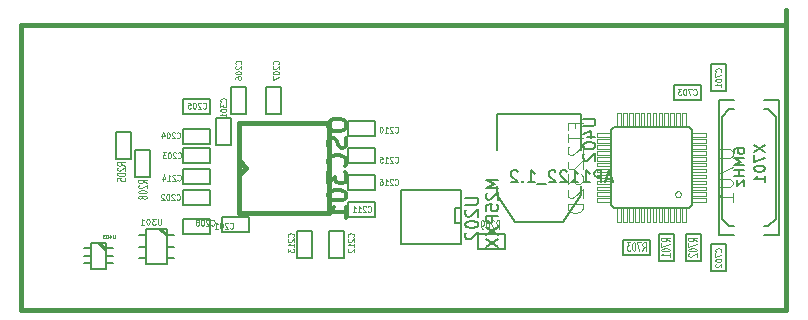
<source format=gbo>
G04 (created by PCBNEW-RS274X (2012-01-19 BZR 3256)-stable) date Thu 07 Mar 2013 02:54:08 AM COT*
G01*
G70*
G90*
%MOIN*%
G04 Gerber Fmt 3.4, Leading zero omitted, Abs format*
%FSLAX34Y34*%
G04 APERTURE LIST*
%ADD10C,0.006000*%
%ADD11C,0.015000*%
%ADD12C,0.005000*%
%ADD13C,0.008000*%
%ADD14C,0.002600*%
%ADD15C,0.004000*%
%ADD16C,0.004500*%
%ADD17C,0.012000*%
%ADD18C,0.002400*%
%ADD19C,0.003900*%
%ADD20C,0.003500*%
G04 APERTURE END LIST*
G54D10*
G54D11*
X44250Y-31250D02*
X44500Y-31250D01*
X44250Y-21750D02*
X44250Y-31250D01*
X69750Y-21750D02*
X69750Y-22000D01*
X44250Y-21750D02*
X69750Y-21750D01*
X69750Y-31250D02*
X44250Y-31250D01*
X69750Y-21250D02*
X69750Y-31250D01*
G54D12*
X47900Y-26200D02*
X47900Y-25300D01*
X47900Y-25300D02*
X47400Y-25300D01*
X47400Y-25300D02*
X47400Y-26200D01*
X47400Y-26200D02*
X47900Y-26200D01*
X48550Y-26800D02*
X48550Y-25900D01*
X48550Y-25900D02*
X48050Y-25900D01*
X48050Y-25900D02*
X48050Y-26800D01*
X48050Y-26800D02*
X48550Y-26800D01*
X60375Y-28725D02*
X59475Y-28725D01*
X59475Y-28725D02*
X59475Y-29225D01*
X59475Y-29225D02*
X60375Y-29225D01*
X60375Y-29225D02*
X60375Y-28725D01*
X50550Y-28200D02*
X49650Y-28200D01*
X49650Y-28200D02*
X49650Y-28700D01*
X49650Y-28700D02*
X50550Y-28700D01*
X50550Y-28700D02*
X50550Y-28200D01*
X50550Y-27250D02*
X49650Y-27250D01*
X49650Y-27250D02*
X49650Y-27750D01*
X49650Y-27750D02*
X50550Y-27750D01*
X50550Y-27750D02*
X50550Y-27250D01*
X50550Y-25850D02*
X49650Y-25850D01*
X49650Y-25850D02*
X49650Y-26350D01*
X49650Y-26350D02*
X50550Y-26350D01*
X50550Y-26350D02*
X50550Y-25850D01*
X50550Y-25200D02*
X49650Y-25200D01*
X49650Y-25200D02*
X49650Y-25700D01*
X49650Y-25700D02*
X50550Y-25700D01*
X50550Y-25700D02*
X50550Y-25200D01*
X50550Y-24200D02*
X49650Y-24200D01*
X49650Y-24200D02*
X49650Y-24700D01*
X49650Y-24700D02*
X50550Y-24700D01*
X50550Y-24700D02*
X50550Y-24200D01*
X51250Y-23800D02*
X51250Y-24700D01*
X51250Y-24700D02*
X51750Y-24700D01*
X51750Y-24700D02*
X51750Y-23800D01*
X51750Y-23800D02*
X51250Y-23800D01*
X52400Y-23800D02*
X52400Y-24700D01*
X52400Y-24700D02*
X52900Y-24700D01*
X52900Y-24700D02*
X52900Y-23800D01*
X52900Y-23800D02*
X52400Y-23800D01*
X50925Y-28650D02*
X51825Y-28650D01*
X51825Y-28650D02*
X51825Y-28150D01*
X51825Y-28150D02*
X50925Y-28150D01*
X50925Y-28150D02*
X50925Y-28650D01*
X56050Y-24950D02*
X55150Y-24950D01*
X55150Y-24950D02*
X55150Y-25450D01*
X55150Y-25450D02*
X56050Y-25450D01*
X56050Y-25450D02*
X56050Y-24950D01*
X56050Y-27650D02*
X55150Y-27650D01*
X55150Y-27650D02*
X55150Y-28150D01*
X55150Y-28150D02*
X56050Y-28150D01*
X56050Y-28150D02*
X56050Y-27650D01*
X55000Y-29500D02*
X55000Y-28600D01*
X55000Y-28600D02*
X54500Y-28600D01*
X54500Y-28600D02*
X54500Y-29500D01*
X54500Y-29500D02*
X55000Y-29500D01*
X53950Y-29500D02*
X53950Y-28600D01*
X53950Y-28600D02*
X53450Y-28600D01*
X53450Y-28600D02*
X53450Y-29500D01*
X53450Y-29500D02*
X53950Y-29500D01*
X50550Y-26550D02*
X49650Y-26550D01*
X49650Y-26550D02*
X49650Y-27050D01*
X49650Y-27050D02*
X50550Y-27050D01*
X50550Y-27050D02*
X50550Y-26550D01*
X56050Y-25850D02*
X55150Y-25850D01*
X55150Y-25850D02*
X55150Y-26350D01*
X55150Y-26350D02*
X56050Y-26350D01*
X56050Y-26350D02*
X56050Y-25850D01*
X56050Y-26750D02*
X55150Y-26750D01*
X55150Y-26750D02*
X55150Y-27250D01*
X55150Y-27250D02*
X56050Y-27250D01*
X56050Y-27250D02*
X56050Y-26750D01*
G54D13*
X60100Y-25900D02*
X60100Y-24700D01*
X60100Y-24700D02*
X62900Y-24700D01*
X62900Y-24700D02*
X62900Y-25900D01*
X60100Y-27100D02*
X60100Y-27400D01*
X60100Y-27400D02*
X60700Y-28300D01*
X60700Y-28300D02*
X62300Y-28300D01*
X62300Y-28300D02*
X62900Y-27400D01*
X62900Y-27400D02*
X62900Y-27100D01*
G54D12*
X58900Y-27250D02*
X56900Y-27250D01*
X56900Y-27250D02*
X56900Y-29050D01*
X56900Y-29050D02*
X58900Y-29050D01*
X58900Y-29050D02*
X58900Y-27250D01*
X58900Y-27850D02*
X58700Y-27850D01*
X58700Y-27850D02*
X58700Y-28350D01*
X58700Y-28350D02*
X58900Y-28350D01*
X51250Y-25750D02*
X51250Y-24850D01*
X51250Y-24850D02*
X50750Y-24850D01*
X50750Y-24850D02*
X50750Y-25750D01*
X50750Y-25750D02*
X51250Y-25750D01*
G54D11*
X51500Y-26250D02*
X51750Y-26500D01*
X51750Y-26500D02*
X51500Y-26750D01*
X51500Y-26250D02*
X51500Y-26750D01*
X51500Y-25000D02*
X51500Y-28000D01*
X51500Y-28000D02*
X54500Y-28000D01*
X54500Y-28000D02*
X54500Y-25000D01*
X54500Y-25000D02*
X51500Y-25000D01*
G54D12*
X46555Y-29440D02*
X46335Y-29440D01*
X47065Y-29265D02*
X46805Y-29005D01*
X47065Y-29205D02*
X46870Y-29005D01*
X46555Y-29695D02*
X46335Y-29695D01*
X46555Y-29185D02*
X46335Y-29185D01*
X47065Y-29440D02*
X47285Y-29440D01*
X47065Y-29695D02*
X47285Y-29695D01*
X47065Y-29185D02*
X47285Y-29185D01*
X46555Y-29005D02*
X46555Y-29875D01*
X46555Y-29875D02*
X47065Y-29875D01*
X47065Y-29875D02*
X47065Y-29005D01*
X47065Y-29005D02*
X46555Y-29005D01*
X49085Y-29721D02*
X49085Y-28539D01*
X49085Y-28539D02*
X48415Y-28539D01*
X48415Y-28539D02*
X48415Y-29721D01*
X48415Y-29721D02*
X49085Y-29721D01*
X49084Y-28795D02*
X48829Y-28540D01*
X49084Y-28735D02*
X48889Y-28540D01*
X48412Y-29130D02*
X48152Y-29130D01*
X48412Y-29505D02*
X48152Y-29505D01*
X48412Y-28755D02*
X48152Y-28755D01*
X49088Y-29130D02*
X49348Y-29130D01*
X49088Y-29505D02*
X49348Y-29505D01*
X49088Y-28755D02*
X49348Y-28755D01*
X66000Y-29600D02*
X66000Y-28700D01*
X66000Y-28700D02*
X65500Y-28700D01*
X65500Y-28700D02*
X65500Y-29600D01*
X65500Y-29600D02*
X66000Y-29600D01*
X66900Y-29600D02*
X66900Y-28700D01*
X66900Y-28700D02*
X66400Y-28700D01*
X66400Y-28700D02*
X66400Y-29600D01*
X66400Y-29600D02*
X66900Y-29600D01*
X64300Y-29400D02*
X65200Y-29400D01*
X65200Y-29400D02*
X65200Y-28900D01*
X65200Y-28900D02*
X64300Y-28900D01*
X64300Y-28900D02*
X64300Y-29400D01*
X67250Y-23050D02*
X67250Y-23950D01*
X67250Y-23950D02*
X67750Y-23950D01*
X67750Y-23950D02*
X67750Y-23050D01*
X67750Y-23050D02*
X67250Y-23050D01*
X67750Y-29950D02*
X67750Y-29050D01*
X67750Y-29050D02*
X67250Y-29050D01*
X67250Y-29050D02*
X67250Y-29950D01*
X67250Y-29950D02*
X67750Y-29950D01*
X66000Y-24250D02*
X66900Y-24250D01*
X66900Y-24250D02*
X66900Y-23750D01*
X66900Y-23750D02*
X66000Y-23750D01*
X66000Y-23750D02*
X66000Y-24250D01*
G54D14*
X66391Y-28310D02*
X66273Y-28310D01*
X66273Y-28310D02*
X66273Y-27858D01*
X66391Y-27858D02*
X66273Y-27858D01*
X66391Y-28310D02*
X66391Y-27858D01*
X66194Y-28310D02*
X66076Y-28310D01*
X66076Y-28310D02*
X66076Y-27858D01*
X66194Y-27858D02*
X66076Y-27858D01*
X66194Y-28310D02*
X66194Y-27858D01*
X65997Y-28310D02*
X65879Y-28310D01*
X65879Y-28310D02*
X65879Y-27858D01*
X65997Y-27858D02*
X65879Y-27858D01*
X65997Y-28310D02*
X65997Y-27858D01*
X65801Y-28310D02*
X65683Y-28310D01*
X65683Y-28310D02*
X65683Y-27858D01*
X65801Y-27858D02*
X65683Y-27858D01*
X65801Y-28310D02*
X65801Y-27858D01*
X65604Y-28310D02*
X65486Y-28310D01*
X65486Y-28310D02*
X65486Y-27858D01*
X65604Y-27858D02*
X65486Y-27858D01*
X65604Y-28310D02*
X65604Y-27858D01*
X65407Y-28310D02*
X65289Y-28310D01*
X65289Y-28310D02*
X65289Y-27858D01*
X65407Y-27858D02*
X65289Y-27858D01*
X65407Y-28310D02*
X65407Y-27858D01*
X65211Y-28310D02*
X65093Y-28310D01*
X65093Y-28310D02*
X65093Y-27858D01*
X65211Y-27858D02*
X65093Y-27858D01*
X65211Y-28310D02*
X65211Y-27858D01*
X65014Y-28310D02*
X64896Y-28310D01*
X64896Y-28310D02*
X64896Y-27858D01*
X65014Y-27858D02*
X64896Y-27858D01*
X65014Y-28310D02*
X65014Y-27858D01*
X64817Y-28310D02*
X64699Y-28310D01*
X64699Y-28310D02*
X64699Y-27858D01*
X64817Y-27858D02*
X64699Y-27858D01*
X64817Y-28310D02*
X64817Y-27858D01*
X64621Y-28310D02*
X64503Y-28310D01*
X64503Y-28310D02*
X64503Y-27858D01*
X64621Y-27858D02*
X64503Y-27858D01*
X64621Y-28310D02*
X64621Y-27858D01*
X64424Y-28310D02*
X64306Y-28310D01*
X64306Y-28310D02*
X64306Y-27858D01*
X64424Y-27858D02*
X64306Y-27858D01*
X64424Y-28310D02*
X64424Y-27858D01*
X64227Y-28310D02*
X64109Y-28310D01*
X64109Y-28310D02*
X64109Y-27858D01*
X64227Y-27858D02*
X64109Y-27858D01*
X64227Y-28310D02*
X64227Y-27858D01*
X63892Y-27641D02*
X63440Y-27641D01*
X63440Y-27641D02*
X63440Y-27523D01*
X63892Y-27523D02*
X63440Y-27523D01*
X63892Y-27641D02*
X63892Y-27523D01*
X63892Y-27444D02*
X63440Y-27444D01*
X63440Y-27444D02*
X63440Y-27326D01*
X63892Y-27326D02*
X63440Y-27326D01*
X63892Y-27444D02*
X63892Y-27326D01*
X63892Y-27247D02*
X63440Y-27247D01*
X63440Y-27247D02*
X63440Y-27129D01*
X63892Y-27129D02*
X63440Y-27129D01*
X63892Y-27247D02*
X63892Y-27129D01*
X63892Y-27051D02*
X63440Y-27051D01*
X63440Y-27051D02*
X63440Y-26933D01*
X63892Y-26933D02*
X63440Y-26933D01*
X63892Y-27051D02*
X63892Y-26933D01*
X63892Y-26854D02*
X63440Y-26854D01*
X63440Y-26854D02*
X63440Y-26736D01*
X63892Y-26736D02*
X63440Y-26736D01*
X63892Y-26854D02*
X63892Y-26736D01*
X63892Y-26657D02*
X63440Y-26657D01*
X63440Y-26657D02*
X63440Y-26539D01*
X63892Y-26539D02*
X63440Y-26539D01*
X63892Y-26657D02*
X63892Y-26539D01*
X63892Y-26461D02*
X63440Y-26461D01*
X63440Y-26461D02*
X63440Y-26343D01*
X63892Y-26343D02*
X63440Y-26343D01*
X63892Y-26461D02*
X63892Y-26343D01*
X63892Y-26264D02*
X63440Y-26264D01*
X63440Y-26264D02*
X63440Y-26146D01*
X63892Y-26146D02*
X63440Y-26146D01*
X63892Y-26264D02*
X63892Y-26146D01*
X63892Y-26067D02*
X63440Y-26067D01*
X63440Y-26067D02*
X63440Y-25949D01*
X63892Y-25949D02*
X63440Y-25949D01*
X63892Y-26067D02*
X63892Y-25949D01*
X63892Y-25871D02*
X63440Y-25871D01*
X63440Y-25871D02*
X63440Y-25753D01*
X63892Y-25753D02*
X63440Y-25753D01*
X63892Y-25871D02*
X63892Y-25753D01*
X63892Y-25674D02*
X63440Y-25674D01*
X63440Y-25674D02*
X63440Y-25556D01*
X63892Y-25556D02*
X63440Y-25556D01*
X63892Y-25674D02*
X63892Y-25556D01*
X63892Y-25477D02*
X63440Y-25477D01*
X63440Y-25477D02*
X63440Y-25359D01*
X63892Y-25359D02*
X63440Y-25359D01*
X63892Y-25477D02*
X63892Y-25359D01*
X64227Y-25142D02*
X64109Y-25142D01*
X64109Y-25142D02*
X64109Y-24690D01*
X64227Y-24690D02*
X64109Y-24690D01*
X64227Y-25142D02*
X64227Y-24690D01*
X64424Y-25142D02*
X64306Y-25142D01*
X64306Y-25142D02*
X64306Y-24690D01*
X64424Y-24690D02*
X64306Y-24690D01*
X64424Y-25142D02*
X64424Y-24690D01*
X64621Y-25142D02*
X64503Y-25142D01*
X64503Y-25142D02*
X64503Y-24690D01*
X64621Y-24690D02*
X64503Y-24690D01*
X64621Y-25142D02*
X64621Y-24690D01*
X64817Y-25142D02*
X64699Y-25142D01*
X64699Y-25142D02*
X64699Y-24690D01*
X64817Y-24690D02*
X64699Y-24690D01*
X64817Y-25142D02*
X64817Y-24690D01*
X65014Y-25142D02*
X64896Y-25142D01*
X64896Y-25142D02*
X64896Y-24690D01*
X65014Y-24690D02*
X64896Y-24690D01*
X65014Y-25142D02*
X65014Y-24690D01*
X65211Y-25142D02*
X65093Y-25142D01*
X65093Y-25142D02*
X65093Y-24690D01*
X65211Y-24690D02*
X65093Y-24690D01*
X65211Y-25142D02*
X65211Y-24690D01*
X65407Y-25142D02*
X65289Y-25142D01*
X65289Y-25142D02*
X65289Y-24690D01*
X65407Y-24690D02*
X65289Y-24690D01*
X65407Y-25142D02*
X65407Y-24690D01*
X65604Y-25142D02*
X65486Y-25142D01*
X65486Y-25142D02*
X65486Y-24690D01*
X65604Y-24690D02*
X65486Y-24690D01*
X65604Y-25142D02*
X65604Y-24690D01*
X65801Y-25142D02*
X65683Y-25142D01*
X65683Y-25142D02*
X65683Y-24690D01*
X65801Y-24690D02*
X65683Y-24690D01*
X65801Y-25142D02*
X65801Y-24690D01*
X65997Y-25142D02*
X65879Y-25142D01*
X65879Y-25142D02*
X65879Y-24690D01*
X65997Y-24690D02*
X65879Y-24690D01*
X65997Y-25142D02*
X65997Y-24690D01*
X66194Y-25142D02*
X66076Y-25142D01*
X66076Y-25142D02*
X66076Y-24690D01*
X66194Y-24690D02*
X66076Y-24690D01*
X66194Y-25142D02*
X66194Y-24690D01*
X66391Y-25142D02*
X66273Y-25142D01*
X66273Y-25142D02*
X66273Y-24690D01*
X66391Y-24690D02*
X66273Y-24690D01*
X66391Y-25142D02*
X66391Y-24690D01*
X67060Y-25477D02*
X66608Y-25477D01*
X66608Y-25477D02*
X66608Y-25359D01*
X67060Y-25359D02*
X66608Y-25359D01*
X67060Y-25477D02*
X67060Y-25359D01*
X67060Y-25674D02*
X66608Y-25674D01*
X66608Y-25674D02*
X66608Y-25556D01*
X67060Y-25556D02*
X66608Y-25556D01*
X67060Y-25674D02*
X67060Y-25556D01*
X67060Y-25871D02*
X66608Y-25871D01*
X66608Y-25871D02*
X66608Y-25753D01*
X67060Y-25753D02*
X66608Y-25753D01*
X67060Y-25871D02*
X67060Y-25753D01*
X67060Y-26067D02*
X66608Y-26067D01*
X66608Y-26067D02*
X66608Y-25949D01*
X67060Y-25949D02*
X66608Y-25949D01*
X67060Y-26067D02*
X67060Y-25949D01*
X67060Y-26264D02*
X66608Y-26264D01*
X66608Y-26264D02*
X66608Y-26146D01*
X67060Y-26146D02*
X66608Y-26146D01*
X67060Y-26264D02*
X67060Y-26146D01*
X67060Y-26461D02*
X66608Y-26461D01*
X66608Y-26461D02*
X66608Y-26343D01*
X67060Y-26343D02*
X66608Y-26343D01*
X67060Y-26461D02*
X67060Y-26343D01*
X67060Y-26657D02*
X66608Y-26657D01*
X66608Y-26657D02*
X66608Y-26539D01*
X67060Y-26539D02*
X66608Y-26539D01*
X67060Y-26657D02*
X67060Y-26539D01*
X67060Y-26854D02*
X66608Y-26854D01*
X66608Y-26854D02*
X66608Y-26736D01*
X67060Y-26736D02*
X66608Y-26736D01*
X67060Y-26854D02*
X67060Y-26736D01*
X67060Y-27051D02*
X66608Y-27051D01*
X66608Y-27051D02*
X66608Y-26933D01*
X67060Y-26933D02*
X66608Y-26933D01*
X67060Y-27051D02*
X67060Y-26933D01*
X67060Y-27247D02*
X66608Y-27247D01*
X66608Y-27247D02*
X66608Y-27129D01*
X67060Y-27129D02*
X66608Y-27129D01*
X67060Y-27247D02*
X67060Y-27129D01*
X67060Y-27444D02*
X66608Y-27444D01*
X66608Y-27444D02*
X66608Y-27326D01*
X67060Y-27326D02*
X66608Y-27326D01*
X67060Y-27444D02*
X67060Y-27326D01*
X67060Y-27641D02*
X66608Y-27641D01*
X66608Y-27641D02*
X66608Y-27523D01*
X67060Y-27523D02*
X66608Y-27523D01*
X67060Y-27641D02*
X67060Y-27523D01*
G54D13*
X63912Y-25241D02*
X63991Y-25162D01*
X63991Y-25162D02*
X66509Y-25162D01*
X66509Y-25162D02*
X66588Y-25241D01*
X66588Y-25241D02*
X66588Y-27759D01*
X66588Y-27759D02*
X66509Y-27838D01*
X66509Y-27838D02*
X63991Y-27838D01*
X63991Y-27838D02*
X63912Y-27759D01*
X63912Y-27759D02*
X63912Y-25241D01*
G54D15*
X66232Y-27385D02*
X66230Y-27403D01*
X66224Y-27421D01*
X66215Y-27438D01*
X66203Y-27453D01*
X66189Y-27465D01*
X66172Y-27474D01*
X66154Y-27480D01*
X66135Y-27481D01*
X66117Y-27480D01*
X66099Y-27474D01*
X66082Y-27466D01*
X66068Y-27454D01*
X66055Y-27439D01*
X66046Y-27423D01*
X66041Y-27405D01*
X66039Y-27386D01*
X66040Y-27368D01*
X66045Y-27350D01*
X66054Y-27333D01*
X66066Y-27318D01*
X66080Y-27306D01*
X66097Y-27297D01*
X66115Y-27291D01*
X66133Y-27289D01*
X66151Y-27290D01*
X66170Y-27295D01*
X66186Y-27304D01*
X66201Y-27315D01*
X66214Y-27330D01*
X66223Y-27346D01*
X66229Y-27364D01*
X66231Y-27383D01*
X66232Y-27385D01*
G54D13*
X69150Y-28450D02*
X69000Y-28450D01*
X67850Y-28450D02*
X68000Y-28450D01*
X67850Y-24550D02*
X68000Y-24550D01*
X69150Y-24550D02*
X69000Y-24550D01*
X69500Y-24250D02*
X69000Y-24250D01*
X67500Y-24250D02*
X68000Y-24250D01*
X67500Y-28750D02*
X68000Y-28750D01*
X69500Y-28750D02*
X69000Y-28750D01*
X67850Y-28450D02*
X67600Y-28200D01*
X67600Y-28200D02*
X67600Y-24800D01*
X67600Y-24800D02*
X67850Y-24550D01*
X69150Y-24550D02*
X69400Y-24800D01*
X69400Y-24800D02*
X69400Y-28200D01*
X69400Y-28200D02*
X69150Y-28450D01*
X67500Y-24250D02*
X67500Y-28750D01*
X69500Y-28750D02*
X69500Y-24250D01*
G54D16*
X47713Y-26430D02*
X47580Y-26370D01*
X47713Y-26327D02*
X47433Y-26327D01*
X47433Y-26395D01*
X47447Y-26413D01*
X47460Y-26421D01*
X47487Y-26430D01*
X47527Y-26430D01*
X47553Y-26421D01*
X47567Y-26413D01*
X47580Y-26395D01*
X47580Y-26327D01*
X47460Y-26498D02*
X47447Y-26507D01*
X47433Y-26524D01*
X47433Y-26567D01*
X47447Y-26584D01*
X47460Y-26593D01*
X47487Y-26601D01*
X47513Y-26601D01*
X47553Y-26593D01*
X47713Y-26490D01*
X47713Y-26601D01*
X47433Y-26712D02*
X47433Y-26729D01*
X47447Y-26746D01*
X47460Y-26755D01*
X47487Y-26764D01*
X47540Y-26772D01*
X47607Y-26772D01*
X47660Y-26764D01*
X47687Y-26755D01*
X47700Y-26746D01*
X47713Y-26729D01*
X47713Y-26712D01*
X47700Y-26695D01*
X47687Y-26686D01*
X47660Y-26678D01*
X47607Y-26669D01*
X47540Y-26669D01*
X47487Y-26678D01*
X47460Y-26686D01*
X47447Y-26695D01*
X47433Y-26712D01*
X47433Y-26935D02*
X47433Y-26849D01*
X47567Y-26840D01*
X47553Y-26849D01*
X47540Y-26866D01*
X47540Y-26909D01*
X47553Y-26926D01*
X47567Y-26935D01*
X47593Y-26943D01*
X47660Y-26943D01*
X47687Y-26935D01*
X47700Y-26926D01*
X47713Y-26909D01*
X47713Y-26866D01*
X47700Y-26849D01*
X47687Y-26840D01*
X48423Y-27020D02*
X48290Y-26960D01*
X48423Y-26917D02*
X48143Y-26917D01*
X48143Y-26985D01*
X48157Y-27003D01*
X48170Y-27011D01*
X48197Y-27020D01*
X48237Y-27020D01*
X48263Y-27011D01*
X48277Y-27003D01*
X48290Y-26985D01*
X48290Y-26917D01*
X48170Y-27088D02*
X48157Y-27097D01*
X48143Y-27114D01*
X48143Y-27157D01*
X48157Y-27174D01*
X48170Y-27183D01*
X48197Y-27191D01*
X48223Y-27191D01*
X48263Y-27183D01*
X48423Y-27080D01*
X48423Y-27191D01*
X48143Y-27302D02*
X48143Y-27319D01*
X48157Y-27336D01*
X48170Y-27345D01*
X48197Y-27354D01*
X48250Y-27362D01*
X48317Y-27362D01*
X48370Y-27354D01*
X48397Y-27345D01*
X48410Y-27336D01*
X48423Y-27319D01*
X48423Y-27302D01*
X48410Y-27285D01*
X48397Y-27276D01*
X48370Y-27268D01*
X48317Y-27259D01*
X48250Y-27259D01*
X48197Y-27268D01*
X48170Y-27276D01*
X48157Y-27285D01*
X48143Y-27302D01*
X48263Y-27465D02*
X48250Y-27447D01*
X48237Y-27439D01*
X48210Y-27430D01*
X48197Y-27430D01*
X48170Y-27439D01*
X48157Y-27447D01*
X48143Y-27465D01*
X48143Y-27499D01*
X48157Y-27516D01*
X48170Y-27525D01*
X48197Y-27533D01*
X48210Y-27533D01*
X48237Y-27525D01*
X48250Y-27516D01*
X48263Y-27499D01*
X48263Y-27465D01*
X48277Y-27447D01*
X48290Y-27439D01*
X48317Y-27430D01*
X48370Y-27430D01*
X48397Y-27439D01*
X48410Y-27447D01*
X48423Y-27465D01*
X48423Y-27499D01*
X48410Y-27516D01*
X48397Y-27525D01*
X48370Y-27533D01*
X48317Y-27533D01*
X48290Y-27525D01*
X48277Y-27516D01*
X48263Y-27499D01*
X60075Y-28538D02*
X60135Y-28405D01*
X60178Y-28538D02*
X60178Y-28258D01*
X60110Y-28258D01*
X60092Y-28272D01*
X60084Y-28285D01*
X60075Y-28312D01*
X60075Y-28352D01*
X60084Y-28378D01*
X60092Y-28392D01*
X60110Y-28405D01*
X60178Y-28405D01*
X60007Y-28285D02*
X59998Y-28272D01*
X59981Y-28258D01*
X59938Y-28258D01*
X59921Y-28272D01*
X59912Y-28285D01*
X59904Y-28312D01*
X59904Y-28338D01*
X59912Y-28378D01*
X60015Y-28538D01*
X59904Y-28538D01*
X59793Y-28258D02*
X59776Y-28258D01*
X59759Y-28272D01*
X59750Y-28285D01*
X59741Y-28312D01*
X59733Y-28365D01*
X59733Y-28432D01*
X59741Y-28485D01*
X59750Y-28512D01*
X59759Y-28525D01*
X59776Y-28538D01*
X59793Y-28538D01*
X59810Y-28525D01*
X59819Y-28512D01*
X59827Y-28485D01*
X59836Y-28432D01*
X59836Y-28365D01*
X59827Y-28312D01*
X59819Y-28285D01*
X59810Y-28272D01*
X59793Y-28258D01*
X59648Y-28538D02*
X59613Y-28538D01*
X59596Y-28525D01*
X59588Y-28512D01*
X59570Y-28472D01*
X59562Y-28418D01*
X59562Y-28312D01*
X59570Y-28285D01*
X59579Y-28272D01*
X59596Y-28258D01*
X59630Y-28258D01*
X59648Y-28272D01*
X59656Y-28285D01*
X59665Y-28312D01*
X59665Y-28378D01*
X59656Y-28405D01*
X59648Y-28418D01*
X59630Y-28432D01*
X59596Y-28432D01*
X59579Y-28418D01*
X59570Y-28405D01*
X59562Y-28378D01*
X51200Y-28512D02*
X51209Y-28521D01*
X51235Y-28531D01*
X51252Y-28531D01*
X51277Y-28521D01*
X51295Y-28502D01*
X51303Y-28483D01*
X51312Y-28445D01*
X51312Y-28417D01*
X51303Y-28379D01*
X51295Y-28360D01*
X51277Y-28340D01*
X51252Y-28331D01*
X51235Y-28331D01*
X51209Y-28340D01*
X51200Y-28350D01*
X51132Y-28350D02*
X51123Y-28340D01*
X51106Y-28331D01*
X51063Y-28331D01*
X51046Y-28340D01*
X51037Y-28350D01*
X51029Y-28369D01*
X51029Y-28388D01*
X51037Y-28417D01*
X51140Y-28531D01*
X51029Y-28531D01*
X50918Y-28331D02*
X50901Y-28331D01*
X50884Y-28340D01*
X50875Y-28350D01*
X50866Y-28369D01*
X50858Y-28407D01*
X50858Y-28455D01*
X50866Y-28493D01*
X50875Y-28512D01*
X50884Y-28521D01*
X50901Y-28531D01*
X50918Y-28531D01*
X50935Y-28521D01*
X50944Y-28512D01*
X50952Y-28493D01*
X50961Y-28455D01*
X50961Y-28407D01*
X50952Y-28369D01*
X50944Y-28350D01*
X50935Y-28340D01*
X50918Y-28331D01*
X50687Y-28531D02*
X50790Y-28531D01*
X50738Y-28531D02*
X50738Y-28331D01*
X50755Y-28360D01*
X50773Y-28379D01*
X50790Y-28388D01*
X49420Y-27562D02*
X49429Y-27571D01*
X49455Y-27581D01*
X49472Y-27581D01*
X49497Y-27571D01*
X49515Y-27552D01*
X49523Y-27533D01*
X49532Y-27495D01*
X49532Y-27467D01*
X49523Y-27429D01*
X49515Y-27410D01*
X49497Y-27390D01*
X49472Y-27381D01*
X49455Y-27381D01*
X49429Y-27390D01*
X49420Y-27400D01*
X49352Y-27400D02*
X49343Y-27390D01*
X49326Y-27381D01*
X49283Y-27381D01*
X49266Y-27390D01*
X49257Y-27400D01*
X49249Y-27419D01*
X49249Y-27438D01*
X49257Y-27467D01*
X49360Y-27581D01*
X49249Y-27581D01*
X49138Y-27381D02*
X49121Y-27381D01*
X49104Y-27390D01*
X49095Y-27400D01*
X49086Y-27419D01*
X49078Y-27457D01*
X49078Y-27505D01*
X49086Y-27543D01*
X49095Y-27562D01*
X49104Y-27571D01*
X49121Y-27581D01*
X49138Y-27581D01*
X49155Y-27571D01*
X49164Y-27562D01*
X49172Y-27543D01*
X49181Y-27505D01*
X49181Y-27457D01*
X49172Y-27419D01*
X49164Y-27400D01*
X49155Y-27390D01*
X49138Y-27381D01*
X49010Y-27400D02*
X49001Y-27390D01*
X48984Y-27381D01*
X48941Y-27381D01*
X48924Y-27390D01*
X48915Y-27400D01*
X48907Y-27419D01*
X48907Y-27438D01*
X48915Y-27467D01*
X49018Y-27581D01*
X48907Y-27581D01*
X49470Y-26172D02*
X49479Y-26181D01*
X49505Y-26191D01*
X49522Y-26191D01*
X49547Y-26181D01*
X49565Y-26162D01*
X49573Y-26143D01*
X49582Y-26105D01*
X49582Y-26077D01*
X49573Y-26039D01*
X49565Y-26020D01*
X49547Y-26000D01*
X49522Y-25991D01*
X49505Y-25991D01*
X49479Y-26000D01*
X49470Y-26010D01*
X49402Y-26010D02*
X49393Y-26000D01*
X49376Y-25991D01*
X49333Y-25991D01*
X49316Y-26000D01*
X49307Y-26010D01*
X49299Y-26029D01*
X49299Y-26048D01*
X49307Y-26077D01*
X49410Y-26191D01*
X49299Y-26191D01*
X49188Y-25991D02*
X49171Y-25991D01*
X49154Y-26000D01*
X49145Y-26010D01*
X49136Y-26029D01*
X49128Y-26067D01*
X49128Y-26115D01*
X49136Y-26153D01*
X49145Y-26172D01*
X49154Y-26181D01*
X49171Y-26191D01*
X49188Y-26191D01*
X49205Y-26181D01*
X49214Y-26172D01*
X49222Y-26153D01*
X49231Y-26115D01*
X49231Y-26067D01*
X49222Y-26029D01*
X49214Y-26010D01*
X49205Y-26000D01*
X49188Y-25991D01*
X49068Y-25991D02*
X48957Y-25991D01*
X49017Y-26067D01*
X48991Y-26067D01*
X48974Y-26077D01*
X48965Y-26086D01*
X48957Y-26105D01*
X48957Y-26153D01*
X48965Y-26172D01*
X48974Y-26181D01*
X48991Y-26191D01*
X49043Y-26191D01*
X49060Y-26181D01*
X49068Y-26172D01*
X49430Y-25502D02*
X49439Y-25511D01*
X49465Y-25521D01*
X49482Y-25521D01*
X49507Y-25511D01*
X49525Y-25492D01*
X49533Y-25473D01*
X49542Y-25435D01*
X49542Y-25407D01*
X49533Y-25369D01*
X49525Y-25350D01*
X49507Y-25330D01*
X49482Y-25321D01*
X49465Y-25321D01*
X49439Y-25330D01*
X49430Y-25340D01*
X49362Y-25340D02*
X49353Y-25330D01*
X49336Y-25321D01*
X49293Y-25321D01*
X49276Y-25330D01*
X49267Y-25340D01*
X49259Y-25359D01*
X49259Y-25378D01*
X49267Y-25407D01*
X49370Y-25521D01*
X49259Y-25521D01*
X49148Y-25321D02*
X49131Y-25321D01*
X49114Y-25330D01*
X49105Y-25340D01*
X49096Y-25359D01*
X49088Y-25397D01*
X49088Y-25445D01*
X49096Y-25483D01*
X49105Y-25502D01*
X49114Y-25511D01*
X49131Y-25521D01*
X49148Y-25521D01*
X49165Y-25511D01*
X49174Y-25502D01*
X49182Y-25483D01*
X49191Y-25445D01*
X49191Y-25397D01*
X49182Y-25359D01*
X49174Y-25340D01*
X49165Y-25330D01*
X49148Y-25321D01*
X48934Y-25388D02*
X48934Y-25521D01*
X48977Y-25311D02*
X49020Y-25454D01*
X48908Y-25454D01*
X50300Y-24512D02*
X50309Y-24521D01*
X50335Y-24531D01*
X50352Y-24531D01*
X50377Y-24521D01*
X50395Y-24502D01*
X50403Y-24483D01*
X50412Y-24445D01*
X50412Y-24417D01*
X50403Y-24379D01*
X50395Y-24360D01*
X50377Y-24340D01*
X50352Y-24331D01*
X50335Y-24331D01*
X50309Y-24340D01*
X50300Y-24350D01*
X50232Y-24350D02*
X50223Y-24340D01*
X50206Y-24331D01*
X50163Y-24331D01*
X50146Y-24340D01*
X50137Y-24350D01*
X50129Y-24369D01*
X50129Y-24388D01*
X50137Y-24417D01*
X50240Y-24531D01*
X50129Y-24531D01*
X50018Y-24331D02*
X50001Y-24331D01*
X49984Y-24340D01*
X49975Y-24350D01*
X49966Y-24369D01*
X49958Y-24407D01*
X49958Y-24455D01*
X49966Y-24493D01*
X49975Y-24512D01*
X49984Y-24521D01*
X50001Y-24531D01*
X50018Y-24531D01*
X50035Y-24521D01*
X50044Y-24512D01*
X50052Y-24493D01*
X50061Y-24455D01*
X50061Y-24407D01*
X50052Y-24369D01*
X50044Y-24350D01*
X50035Y-24340D01*
X50018Y-24331D01*
X49795Y-24331D02*
X49881Y-24331D01*
X49890Y-24426D01*
X49881Y-24417D01*
X49864Y-24407D01*
X49821Y-24407D01*
X49804Y-24417D01*
X49795Y-24426D01*
X49787Y-24445D01*
X49787Y-24493D01*
X49795Y-24512D01*
X49804Y-24521D01*
X49821Y-24531D01*
X49864Y-24531D01*
X49881Y-24521D01*
X49890Y-24512D01*
X51562Y-23050D02*
X51571Y-23041D01*
X51581Y-23015D01*
X51581Y-22998D01*
X51571Y-22973D01*
X51552Y-22955D01*
X51533Y-22947D01*
X51495Y-22938D01*
X51467Y-22938D01*
X51429Y-22947D01*
X51410Y-22955D01*
X51390Y-22973D01*
X51381Y-22998D01*
X51381Y-23015D01*
X51390Y-23041D01*
X51400Y-23050D01*
X51400Y-23118D02*
X51390Y-23127D01*
X51381Y-23144D01*
X51381Y-23187D01*
X51390Y-23204D01*
X51400Y-23213D01*
X51419Y-23221D01*
X51438Y-23221D01*
X51467Y-23213D01*
X51581Y-23110D01*
X51581Y-23221D01*
X51381Y-23332D02*
X51381Y-23349D01*
X51390Y-23366D01*
X51400Y-23375D01*
X51419Y-23384D01*
X51457Y-23392D01*
X51505Y-23392D01*
X51543Y-23384D01*
X51562Y-23375D01*
X51571Y-23366D01*
X51581Y-23349D01*
X51581Y-23332D01*
X51571Y-23315D01*
X51562Y-23306D01*
X51543Y-23298D01*
X51505Y-23289D01*
X51457Y-23289D01*
X51419Y-23298D01*
X51400Y-23306D01*
X51390Y-23315D01*
X51381Y-23332D01*
X51381Y-23546D02*
X51381Y-23512D01*
X51390Y-23495D01*
X51400Y-23486D01*
X51429Y-23469D01*
X51467Y-23460D01*
X51543Y-23460D01*
X51562Y-23469D01*
X51571Y-23477D01*
X51581Y-23495D01*
X51581Y-23529D01*
X51571Y-23546D01*
X51562Y-23555D01*
X51543Y-23563D01*
X51495Y-23563D01*
X51476Y-23555D01*
X51467Y-23546D01*
X51457Y-23529D01*
X51457Y-23495D01*
X51467Y-23477D01*
X51476Y-23469D01*
X51495Y-23460D01*
X52812Y-23050D02*
X52821Y-23041D01*
X52831Y-23015D01*
X52831Y-22998D01*
X52821Y-22973D01*
X52802Y-22955D01*
X52783Y-22947D01*
X52745Y-22938D01*
X52717Y-22938D01*
X52679Y-22947D01*
X52660Y-22955D01*
X52640Y-22973D01*
X52631Y-22998D01*
X52631Y-23015D01*
X52640Y-23041D01*
X52650Y-23050D01*
X52650Y-23118D02*
X52640Y-23127D01*
X52631Y-23144D01*
X52631Y-23187D01*
X52640Y-23204D01*
X52650Y-23213D01*
X52669Y-23221D01*
X52688Y-23221D01*
X52717Y-23213D01*
X52831Y-23110D01*
X52831Y-23221D01*
X52631Y-23332D02*
X52631Y-23349D01*
X52640Y-23366D01*
X52650Y-23375D01*
X52669Y-23384D01*
X52707Y-23392D01*
X52755Y-23392D01*
X52793Y-23384D01*
X52812Y-23375D01*
X52821Y-23366D01*
X52831Y-23349D01*
X52831Y-23332D01*
X52821Y-23315D01*
X52812Y-23306D01*
X52793Y-23298D01*
X52755Y-23289D01*
X52707Y-23289D01*
X52669Y-23298D01*
X52650Y-23306D01*
X52640Y-23315D01*
X52631Y-23332D01*
X52631Y-23452D02*
X52631Y-23572D01*
X52831Y-23495D01*
X50575Y-28412D02*
X50584Y-28421D01*
X50610Y-28431D01*
X50627Y-28431D01*
X50652Y-28421D01*
X50670Y-28402D01*
X50678Y-28383D01*
X50687Y-28345D01*
X50687Y-28317D01*
X50678Y-28279D01*
X50670Y-28260D01*
X50652Y-28240D01*
X50627Y-28231D01*
X50610Y-28231D01*
X50584Y-28240D01*
X50575Y-28250D01*
X50507Y-28250D02*
X50498Y-28240D01*
X50481Y-28231D01*
X50438Y-28231D01*
X50421Y-28240D01*
X50412Y-28250D01*
X50404Y-28269D01*
X50404Y-28288D01*
X50412Y-28317D01*
X50515Y-28431D01*
X50404Y-28431D01*
X50293Y-28231D02*
X50276Y-28231D01*
X50259Y-28240D01*
X50250Y-28250D01*
X50241Y-28269D01*
X50233Y-28307D01*
X50233Y-28355D01*
X50241Y-28393D01*
X50250Y-28412D01*
X50259Y-28421D01*
X50276Y-28431D01*
X50293Y-28431D01*
X50310Y-28421D01*
X50319Y-28412D01*
X50327Y-28393D01*
X50336Y-28355D01*
X50336Y-28307D01*
X50327Y-28269D01*
X50319Y-28250D01*
X50310Y-28240D01*
X50293Y-28231D01*
X50130Y-28317D02*
X50148Y-28307D01*
X50156Y-28298D01*
X50165Y-28279D01*
X50165Y-28269D01*
X50156Y-28250D01*
X50148Y-28240D01*
X50130Y-28231D01*
X50096Y-28231D01*
X50079Y-28240D01*
X50070Y-28250D01*
X50062Y-28269D01*
X50062Y-28279D01*
X50070Y-28298D01*
X50079Y-28307D01*
X50096Y-28317D01*
X50130Y-28317D01*
X50148Y-28326D01*
X50156Y-28336D01*
X50165Y-28355D01*
X50165Y-28393D01*
X50156Y-28412D01*
X50148Y-28421D01*
X50130Y-28431D01*
X50096Y-28431D01*
X50079Y-28421D01*
X50070Y-28412D01*
X50062Y-28393D01*
X50062Y-28355D01*
X50070Y-28336D01*
X50079Y-28326D01*
X50096Y-28317D01*
X56700Y-25312D02*
X56709Y-25321D01*
X56735Y-25331D01*
X56752Y-25331D01*
X56777Y-25321D01*
X56795Y-25302D01*
X56803Y-25283D01*
X56812Y-25245D01*
X56812Y-25217D01*
X56803Y-25179D01*
X56795Y-25160D01*
X56777Y-25140D01*
X56752Y-25131D01*
X56735Y-25131D01*
X56709Y-25140D01*
X56700Y-25150D01*
X56632Y-25150D02*
X56623Y-25140D01*
X56606Y-25131D01*
X56563Y-25131D01*
X56546Y-25140D01*
X56537Y-25150D01*
X56529Y-25169D01*
X56529Y-25188D01*
X56537Y-25217D01*
X56640Y-25331D01*
X56529Y-25331D01*
X56358Y-25331D02*
X56461Y-25331D01*
X56409Y-25331D02*
X56409Y-25131D01*
X56426Y-25160D01*
X56444Y-25179D01*
X56461Y-25188D01*
X56247Y-25131D02*
X56230Y-25131D01*
X56213Y-25140D01*
X56204Y-25150D01*
X56195Y-25169D01*
X56187Y-25207D01*
X56187Y-25255D01*
X56195Y-25293D01*
X56204Y-25312D01*
X56213Y-25321D01*
X56230Y-25331D01*
X56247Y-25331D01*
X56264Y-25321D01*
X56273Y-25312D01*
X56281Y-25293D01*
X56290Y-25255D01*
X56290Y-25207D01*
X56281Y-25169D01*
X56273Y-25150D01*
X56264Y-25140D01*
X56247Y-25131D01*
X55800Y-27962D02*
X55809Y-27971D01*
X55835Y-27981D01*
X55852Y-27981D01*
X55877Y-27971D01*
X55895Y-27952D01*
X55903Y-27933D01*
X55912Y-27895D01*
X55912Y-27867D01*
X55903Y-27829D01*
X55895Y-27810D01*
X55877Y-27790D01*
X55852Y-27781D01*
X55835Y-27781D01*
X55809Y-27790D01*
X55800Y-27800D01*
X55732Y-27800D02*
X55723Y-27790D01*
X55706Y-27781D01*
X55663Y-27781D01*
X55646Y-27790D01*
X55637Y-27800D01*
X55629Y-27819D01*
X55629Y-27838D01*
X55637Y-27867D01*
X55740Y-27981D01*
X55629Y-27981D01*
X55458Y-27981D02*
X55561Y-27981D01*
X55509Y-27981D02*
X55509Y-27781D01*
X55526Y-27810D01*
X55544Y-27829D01*
X55561Y-27838D01*
X55287Y-27981D02*
X55390Y-27981D01*
X55338Y-27981D02*
X55338Y-27781D01*
X55355Y-27810D01*
X55373Y-27829D01*
X55390Y-27838D01*
X55312Y-28800D02*
X55321Y-28791D01*
X55331Y-28765D01*
X55331Y-28748D01*
X55321Y-28723D01*
X55302Y-28705D01*
X55283Y-28697D01*
X55245Y-28688D01*
X55217Y-28688D01*
X55179Y-28697D01*
X55160Y-28705D01*
X55140Y-28723D01*
X55131Y-28748D01*
X55131Y-28765D01*
X55140Y-28791D01*
X55150Y-28800D01*
X55150Y-28868D02*
X55140Y-28877D01*
X55131Y-28894D01*
X55131Y-28937D01*
X55140Y-28954D01*
X55150Y-28963D01*
X55169Y-28971D01*
X55188Y-28971D01*
X55217Y-28963D01*
X55331Y-28860D01*
X55331Y-28971D01*
X55331Y-29142D02*
X55331Y-29039D01*
X55331Y-29091D02*
X55131Y-29091D01*
X55160Y-29074D01*
X55179Y-29056D01*
X55188Y-29039D01*
X55150Y-29210D02*
X55140Y-29219D01*
X55131Y-29236D01*
X55131Y-29279D01*
X55140Y-29296D01*
X55150Y-29305D01*
X55169Y-29313D01*
X55188Y-29313D01*
X55217Y-29305D01*
X55331Y-29202D01*
X55331Y-29313D01*
X53312Y-28800D02*
X53321Y-28791D01*
X53331Y-28765D01*
X53331Y-28748D01*
X53321Y-28723D01*
X53302Y-28705D01*
X53283Y-28697D01*
X53245Y-28688D01*
X53217Y-28688D01*
X53179Y-28697D01*
X53160Y-28705D01*
X53140Y-28723D01*
X53131Y-28748D01*
X53131Y-28765D01*
X53140Y-28791D01*
X53150Y-28800D01*
X53150Y-28868D02*
X53140Y-28877D01*
X53131Y-28894D01*
X53131Y-28937D01*
X53140Y-28954D01*
X53150Y-28963D01*
X53169Y-28971D01*
X53188Y-28971D01*
X53217Y-28963D01*
X53331Y-28860D01*
X53331Y-28971D01*
X53331Y-29142D02*
X53331Y-29039D01*
X53331Y-29091D02*
X53131Y-29091D01*
X53160Y-29074D01*
X53179Y-29056D01*
X53188Y-29039D01*
X53131Y-29202D02*
X53131Y-29313D01*
X53207Y-29253D01*
X53207Y-29279D01*
X53217Y-29296D01*
X53226Y-29305D01*
X53245Y-29313D01*
X53293Y-29313D01*
X53312Y-29305D01*
X53321Y-29296D01*
X53331Y-29279D01*
X53331Y-29227D01*
X53321Y-29210D01*
X53312Y-29202D01*
X49450Y-26912D02*
X49459Y-26921D01*
X49485Y-26931D01*
X49502Y-26931D01*
X49527Y-26921D01*
X49545Y-26902D01*
X49553Y-26883D01*
X49562Y-26845D01*
X49562Y-26817D01*
X49553Y-26779D01*
X49545Y-26760D01*
X49527Y-26740D01*
X49502Y-26731D01*
X49485Y-26731D01*
X49459Y-26740D01*
X49450Y-26750D01*
X49382Y-26750D02*
X49373Y-26740D01*
X49356Y-26731D01*
X49313Y-26731D01*
X49296Y-26740D01*
X49287Y-26750D01*
X49279Y-26769D01*
X49279Y-26788D01*
X49287Y-26817D01*
X49390Y-26931D01*
X49279Y-26931D01*
X49108Y-26931D02*
X49211Y-26931D01*
X49159Y-26931D02*
X49159Y-26731D01*
X49176Y-26760D01*
X49194Y-26779D01*
X49211Y-26788D01*
X48954Y-26798D02*
X48954Y-26931D01*
X48997Y-26721D02*
X49040Y-26864D01*
X48928Y-26864D01*
X56700Y-26312D02*
X56709Y-26321D01*
X56735Y-26331D01*
X56752Y-26331D01*
X56777Y-26321D01*
X56795Y-26302D01*
X56803Y-26283D01*
X56812Y-26245D01*
X56812Y-26217D01*
X56803Y-26179D01*
X56795Y-26160D01*
X56777Y-26140D01*
X56752Y-26131D01*
X56735Y-26131D01*
X56709Y-26140D01*
X56700Y-26150D01*
X56632Y-26150D02*
X56623Y-26140D01*
X56606Y-26131D01*
X56563Y-26131D01*
X56546Y-26140D01*
X56537Y-26150D01*
X56529Y-26169D01*
X56529Y-26188D01*
X56537Y-26217D01*
X56640Y-26331D01*
X56529Y-26331D01*
X56358Y-26331D02*
X56461Y-26331D01*
X56409Y-26331D02*
X56409Y-26131D01*
X56426Y-26160D01*
X56444Y-26179D01*
X56461Y-26188D01*
X56195Y-26131D02*
X56281Y-26131D01*
X56290Y-26226D01*
X56281Y-26217D01*
X56264Y-26207D01*
X56221Y-26207D01*
X56204Y-26217D01*
X56195Y-26226D01*
X56187Y-26245D01*
X56187Y-26293D01*
X56195Y-26312D01*
X56204Y-26321D01*
X56221Y-26331D01*
X56264Y-26331D01*
X56281Y-26321D01*
X56290Y-26312D01*
X56700Y-27062D02*
X56709Y-27071D01*
X56735Y-27081D01*
X56752Y-27081D01*
X56777Y-27071D01*
X56795Y-27052D01*
X56803Y-27033D01*
X56812Y-26995D01*
X56812Y-26967D01*
X56803Y-26929D01*
X56795Y-26910D01*
X56777Y-26890D01*
X56752Y-26881D01*
X56735Y-26881D01*
X56709Y-26890D01*
X56700Y-26900D01*
X56632Y-26900D02*
X56623Y-26890D01*
X56606Y-26881D01*
X56563Y-26881D01*
X56546Y-26890D01*
X56537Y-26900D01*
X56529Y-26919D01*
X56529Y-26938D01*
X56537Y-26967D01*
X56640Y-27081D01*
X56529Y-27081D01*
X56358Y-27081D02*
X56461Y-27081D01*
X56409Y-27081D02*
X56409Y-26881D01*
X56426Y-26910D01*
X56444Y-26929D01*
X56461Y-26938D01*
X56204Y-26881D02*
X56238Y-26881D01*
X56255Y-26890D01*
X56264Y-26900D01*
X56281Y-26929D01*
X56290Y-26967D01*
X56290Y-27043D01*
X56281Y-27062D01*
X56273Y-27071D01*
X56255Y-27081D01*
X56221Y-27081D01*
X56204Y-27071D01*
X56195Y-27062D01*
X56187Y-27043D01*
X56187Y-26995D01*
X56195Y-26976D01*
X56204Y-26967D01*
X56221Y-26957D01*
X56255Y-26957D01*
X56273Y-26967D01*
X56281Y-26976D01*
X56290Y-26995D01*
G54D13*
X62972Y-24874D02*
X63296Y-24874D01*
X63334Y-24893D01*
X63353Y-24912D01*
X63372Y-24950D01*
X63372Y-25027D01*
X63353Y-25065D01*
X63334Y-25084D01*
X63296Y-25103D01*
X62972Y-25103D01*
X63105Y-25465D02*
X63372Y-25465D01*
X62953Y-25369D02*
X63239Y-25274D01*
X63239Y-25522D01*
X62972Y-25750D02*
X62972Y-25789D01*
X62991Y-25827D01*
X63010Y-25846D01*
X63048Y-25865D01*
X63124Y-25884D01*
X63220Y-25884D01*
X63296Y-25865D01*
X63334Y-25846D01*
X63353Y-25827D01*
X63372Y-25789D01*
X63372Y-25750D01*
X63353Y-25712D01*
X63334Y-25693D01*
X63296Y-25674D01*
X63220Y-25655D01*
X63124Y-25655D01*
X63048Y-25674D01*
X63010Y-25693D01*
X62991Y-25712D01*
X62972Y-25750D01*
X63010Y-26036D02*
X62991Y-26055D01*
X62972Y-26093D01*
X62972Y-26189D01*
X62991Y-26227D01*
X63010Y-26246D01*
X63048Y-26265D01*
X63086Y-26265D01*
X63143Y-26246D01*
X63372Y-26017D01*
X63372Y-26265D01*
X63936Y-26878D02*
X63745Y-26878D01*
X63974Y-26992D02*
X63841Y-26592D01*
X63707Y-26992D01*
X63574Y-26992D02*
X63574Y-26592D01*
X63421Y-26592D01*
X63383Y-26611D01*
X63364Y-26630D01*
X63345Y-26668D01*
X63345Y-26725D01*
X63364Y-26763D01*
X63383Y-26782D01*
X63421Y-26801D01*
X63574Y-26801D01*
X62964Y-26992D02*
X63193Y-26992D01*
X63079Y-26992D02*
X63079Y-26592D01*
X63117Y-26649D01*
X63155Y-26687D01*
X63193Y-26706D01*
X62583Y-26992D02*
X62812Y-26992D01*
X62698Y-26992D02*
X62698Y-26592D01*
X62736Y-26649D01*
X62774Y-26687D01*
X62812Y-26706D01*
X62431Y-26630D02*
X62412Y-26611D01*
X62374Y-26592D01*
X62278Y-26592D01*
X62240Y-26611D01*
X62221Y-26630D01*
X62202Y-26668D01*
X62202Y-26706D01*
X62221Y-26763D01*
X62450Y-26992D01*
X62202Y-26992D01*
X62050Y-26630D02*
X62031Y-26611D01*
X61993Y-26592D01*
X61897Y-26592D01*
X61859Y-26611D01*
X61840Y-26630D01*
X61821Y-26668D01*
X61821Y-26706D01*
X61840Y-26763D01*
X62069Y-26992D01*
X61821Y-26992D01*
X61745Y-27030D02*
X61440Y-27030D01*
X61135Y-26992D02*
X61364Y-26992D01*
X61250Y-26992D02*
X61250Y-26592D01*
X61288Y-26649D01*
X61326Y-26687D01*
X61364Y-26706D01*
X60964Y-26954D02*
X60945Y-26973D01*
X60964Y-26992D01*
X60983Y-26973D01*
X60964Y-26954D01*
X60964Y-26992D01*
X60793Y-26630D02*
X60774Y-26611D01*
X60736Y-26592D01*
X60640Y-26592D01*
X60602Y-26611D01*
X60583Y-26630D01*
X60564Y-26668D01*
X60564Y-26706D01*
X60583Y-26763D01*
X60812Y-26992D01*
X60564Y-26992D01*
G54D12*
X59032Y-27504D02*
X59396Y-27504D01*
X59439Y-27523D01*
X59461Y-27542D01*
X59482Y-27580D01*
X59482Y-27657D01*
X59461Y-27695D01*
X59439Y-27714D01*
X59396Y-27733D01*
X59032Y-27733D01*
X59075Y-27904D02*
X59054Y-27923D01*
X59032Y-27961D01*
X59032Y-28057D01*
X59054Y-28095D01*
X59075Y-28114D01*
X59118Y-28133D01*
X59161Y-28133D01*
X59225Y-28114D01*
X59482Y-27885D01*
X59482Y-28133D01*
X59032Y-28380D02*
X59032Y-28419D01*
X59054Y-28457D01*
X59075Y-28476D01*
X59118Y-28495D01*
X59204Y-28514D01*
X59311Y-28514D01*
X59396Y-28495D01*
X59439Y-28476D01*
X59461Y-28457D01*
X59482Y-28419D01*
X59482Y-28380D01*
X59461Y-28342D01*
X59439Y-28323D01*
X59396Y-28304D01*
X59311Y-28285D01*
X59204Y-28285D01*
X59118Y-28304D01*
X59075Y-28323D01*
X59054Y-28342D01*
X59032Y-28380D01*
X59075Y-28666D02*
X59054Y-28685D01*
X59032Y-28723D01*
X59032Y-28819D01*
X59054Y-28857D01*
X59075Y-28876D01*
X59118Y-28895D01*
X59161Y-28895D01*
X59225Y-28876D01*
X59482Y-28647D01*
X59482Y-28895D01*
X60132Y-26905D02*
X59732Y-26905D01*
X60018Y-27039D01*
X59732Y-27172D01*
X60132Y-27172D01*
X59770Y-27343D02*
X59751Y-27362D01*
X59732Y-27400D01*
X59732Y-27496D01*
X59751Y-27534D01*
X59770Y-27553D01*
X59808Y-27572D01*
X59846Y-27572D01*
X59903Y-27553D01*
X60132Y-27324D01*
X60132Y-27572D01*
X59732Y-27934D02*
X59732Y-27743D01*
X59922Y-27724D01*
X59903Y-27743D01*
X59884Y-27781D01*
X59884Y-27877D01*
X59903Y-27915D01*
X59922Y-27934D01*
X59960Y-27953D01*
X60056Y-27953D01*
X60094Y-27934D01*
X60113Y-27915D01*
X60132Y-27877D01*
X60132Y-27781D01*
X60113Y-27743D01*
X60094Y-27724D01*
X60132Y-28124D02*
X59732Y-28124D01*
X59732Y-28277D01*
X59751Y-28315D01*
X59770Y-28334D01*
X59808Y-28353D01*
X59865Y-28353D01*
X59903Y-28334D01*
X59922Y-28315D01*
X59941Y-28277D01*
X59941Y-28124D01*
X59732Y-28486D02*
X60132Y-28753D01*
X59732Y-28753D02*
X60132Y-28486D01*
X59732Y-28867D02*
X60132Y-29134D01*
X59732Y-29134D02*
X60132Y-28867D01*
G54D16*
X51062Y-24300D02*
X51071Y-24291D01*
X51081Y-24265D01*
X51081Y-24248D01*
X51071Y-24223D01*
X51052Y-24205D01*
X51033Y-24197D01*
X50995Y-24188D01*
X50967Y-24188D01*
X50929Y-24197D01*
X50910Y-24205D01*
X50890Y-24223D01*
X50881Y-24248D01*
X50881Y-24265D01*
X50890Y-24291D01*
X50900Y-24300D01*
X50881Y-24360D02*
X50881Y-24471D01*
X50957Y-24411D01*
X50957Y-24437D01*
X50967Y-24454D01*
X50976Y-24463D01*
X50995Y-24471D01*
X51043Y-24471D01*
X51062Y-24463D01*
X51071Y-24454D01*
X51081Y-24437D01*
X51081Y-24385D01*
X51071Y-24368D01*
X51062Y-24360D01*
X50881Y-24582D02*
X50881Y-24599D01*
X50890Y-24616D01*
X50900Y-24625D01*
X50919Y-24634D01*
X50957Y-24642D01*
X51005Y-24642D01*
X51043Y-24634D01*
X51062Y-24625D01*
X51071Y-24616D01*
X51081Y-24599D01*
X51081Y-24582D01*
X51071Y-24565D01*
X51062Y-24556D01*
X51043Y-24548D01*
X51005Y-24539D01*
X50957Y-24539D01*
X50919Y-24548D01*
X50900Y-24556D01*
X50890Y-24565D01*
X50881Y-24582D01*
X51081Y-24813D02*
X51081Y-24710D01*
X51081Y-24762D02*
X50881Y-24762D01*
X50910Y-24745D01*
X50929Y-24727D01*
X50938Y-24710D01*
G54D17*
X54483Y-25021D02*
X54483Y-25135D01*
X54511Y-25193D01*
X54569Y-25250D01*
X54683Y-25278D01*
X54883Y-25278D01*
X54997Y-25250D01*
X55054Y-25193D01*
X55083Y-25135D01*
X55083Y-25021D01*
X55054Y-24964D01*
X54997Y-24907D01*
X54883Y-24878D01*
X54683Y-24878D01*
X54569Y-24907D01*
X54511Y-24964D01*
X54483Y-25021D01*
X55054Y-25507D02*
X55083Y-25593D01*
X55083Y-25736D01*
X55054Y-25793D01*
X55026Y-25822D01*
X54969Y-25850D01*
X54911Y-25850D01*
X54854Y-25822D01*
X54826Y-25793D01*
X54797Y-25736D01*
X54769Y-25622D01*
X54740Y-25564D01*
X54711Y-25536D01*
X54654Y-25507D01*
X54597Y-25507D01*
X54540Y-25536D01*
X54511Y-25564D01*
X54483Y-25622D01*
X54483Y-25764D01*
X54511Y-25850D01*
X55026Y-26450D02*
X55054Y-26421D01*
X55083Y-26335D01*
X55083Y-26278D01*
X55054Y-26193D01*
X54997Y-26135D01*
X54940Y-26107D01*
X54826Y-26078D01*
X54740Y-26078D01*
X54626Y-26107D01*
X54569Y-26135D01*
X54511Y-26193D01*
X54483Y-26278D01*
X54483Y-26335D01*
X54511Y-26421D01*
X54540Y-26450D01*
X54483Y-26650D02*
X54483Y-27021D01*
X54711Y-26821D01*
X54711Y-26907D01*
X54740Y-26964D01*
X54769Y-26993D01*
X54826Y-27021D01*
X54969Y-27021D01*
X55026Y-26993D01*
X55054Y-26964D01*
X55083Y-26907D01*
X55083Y-26735D01*
X55054Y-26678D01*
X55026Y-26650D01*
X54483Y-27392D02*
X54483Y-27449D01*
X54511Y-27506D01*
X54540Y-27535D01*
X54597Y-27564D01*
X54711Y-27592D01*
X54854Y-27592D01*
X54969Y-27564D01*
X55026Y-27535D01*
X55054Y-27506D01*
X55083Y-27449D01*
X55083Y-27392D01*
X55054Y-27335D01*
X55026Y-27306D01*
X54969Y-27278D01*
X54854Y-27249D01*
X54711Y-27249D01*
X54597Y-27278D01*
X54540Y-27306D01*
X54511Y-27335D01*
X54483Y-27392D01*
X55083Y-28163D02*
X55083Y-27820D01*
X55083Y-27992D02*
X54483Y-27992D01*
X54569Y-27935D01*
X54626Y-27877D01*
X54654Y-27820D01*
G54D18*
X47362Y-28740D02*
X47362Y-28835D01*
X47356Y-28847D01*
X47351Y-28852D01*
X47339Y-28858D01*
X47317Y-28858D01*
X47306Y-28852D01*
X47300Y-28847D01*
X47294Y-28835D01*
X47294Y-28740D01*
X47187Y-28779D02*
X47187Y-28858D01*
X47215Y-28734D02*
X47244Y-28818D01*
X47170Y-28818D01*
X47103Y-28740D02*
X47092Y-28740D01*
X47081Y-28745D01*
X47075Y-28751D01*
X47070Y-28762D01*
X47064Y-28785D01*
X47064Y-28813D01*
X47070Y-28835D01*
X47075Y-28847D01*
X47081Y-28852D01*
X47092Y-28858D01*
X47103Y-28858D01*
X47115Y-28852D01*
X47120Y-28847D01*
X47126Y-28835D01*
X47132Y-28813D01*
X47132Y-28785D01*
X47126Y-28762D01*
X47120Y-28751D01*
X47115Y-28745D01*
X47103Y-28740D01*
X47025Y-28740D02*
X46952Y-28740D01*
X46991Y-28785D01*
X46975Y-28785D01*
X46963Y-28790D01*
X46958Y-28796D01*
X46952Y-28807D01*
X46952Y-28835D01*
X46958Y-28847D01*
X46963Y-28852D01*
X46975Y-28858D01*
X47008Y-28858D01*
X47020Y-28852D01*
X47025Y-28847D01*
G54D19*
X48908Y-28202D02*
X48908Y-28362D01*
X48899Y-28380D01*
X48889Y-28390D01*
X48871Y-28399D01*
X48833Y-28399D01*
X48814Y-28390D01*
X48805Y-28380D01*
X48796Y-28362D01*
X48796Y-28202D01*
X48721Y-28202D02*
X48599Y-28202D01*
X48665Y-28277D01*
X48636Y-28277D01*
X48618Y-28287D01*
X48608Y-28296D01*
X48599Y-28315D01*
X48599Y-28362D01*
X48608Y-28380D01*
X48618Y-28390D01*
X48636Y-28399D01*
X48693Y-28399D01*
X48711Y-28390D01*
X48721Y-28380D01*
X48477Y-28202D02*
X48458Y-28202D01*
X48439Y-28212D01*
X48430Y-28221D01*
X48420Y-28240D01*
X48411Y-28277D01*
X48411Y-28324D01*
X48420Y-28362D01*
X48430Y-28380D01*
X48439Y-28390D01*
X48458Y-28399D01*
X48477Y-28399D01*
X48495Y-28390D01*
X48505Y-28380D01*
X48514Y-28362D01*
X48523Y-28324D01*
X48523Y-28277D01*
X48514Y-28240D01*
X48505Y-28221D01*
X48495Y-28212D01*
X48477Y-28202D01*
X48223Y-28399D02*
X48335Y-28399D01*
X48279Y-28399D02*
X48279Y-28202D01*
X48298Y-28230D01*
X48317Y-28249D01*
X48335Y-28259D01*
G54D16*
X65863Y-28950D02*
X65730Y-28890D01*
X65863Y-28847D02*
X65583Y-28847D01*
X65583Y-28915D01*
X65597Y-28933D01*
X65610Y-28941D01*
X65637Y-28950D01*
X65677Y-28950D01*
X65703Y-28941D01*
X65717Y-28933D01*
X65730Y-28915D01*
X65730Y-28847D01*
X65583Y-29010D02*
X65583Y-29130D01*
X65863Y-29053D01*
X65583Y-29232D02*
X65583Y-29249D01*
X65597Y-29266D01*
X65610Y-29275D01*
X65637Y-29284D01*
X65690Y-29292D01*
X65757Y-29292D01*
X65810Y-29284D01*
X65837Y-29275D01*
X65850Y-29266D01*
X65863Y-29249D01*
X65863Y-29232D01*
X65850Y-29215D01*
X65837Y-29206D01*
X65810Y-29198D01*
X65757Y-29189D01*
X65690Y-29189D01*
X65637Y-29198D01*
X65610Y-29206D01*
X65597Y-29215D01*
X65583Y-29232D01*
X65863Y-29463D02*
X65863Y-29360D01*
X65863Y-29412D02*
X65583Y-29412D01*
X65623Y-29395D01*
X65650Y-29377D01*
X65663Y-29360D01*
X66763Y-28950D02*
X66630Y-28890D01*
X66763Y-28847D02*
X66483Y-28847D01*
X66483Y-28915D01*
X66497Y-28933D01*
X66510Y-28941D01*
X66537Y-28950D01*
X66577Y-28950D01*
X66603Y-28941D01*
X66617Y-28933D01*
X66630Y-28915D01*
X66630Y-28847D01*
X66483Y-29010D02*
X66483Y-29130D01*
X66763Y-29053D01*
X66483Y-29232D02*
X66483Y-29249D01*
X66497Y-29266D01*
X66510Y-29275D01*
X66537Y-29284D01*
X66590Y-29292D01*
X66657Y-29292D01*
X66710Y-29284D01*
X66737Y-29275D01*
X66750Y-29266D01*
X66763Y-29249D01*
X66763Y-29232D01*
X66750Y-29215D01*
X66737Y-29206D01*
X66710Y-29198D01*
X66657Y-29189D01*
X66590Y-29189D01*
X66537Y-29198D01*
X66510Y-29206D01*
X66497Y-29215D01*
X66483Y-29232D01*
X66510Y-29360D02*
X66497Y-29369D01*
X66483Y-29386D01*
X66483Y-29429D01*
X66497Y-29446D01*
X66510Y-29455D01*
X66537Y-29463D01*
X66563Y-29463D01*
X66603Y-29455D01*
X66763Y-29352D01*
X66763Y-29463D01*
X64950Y-29263D02*
X65010Y-29130D01*
X65053Y-29263D02*
X65053Y-28983D01*
X64985Y-28983D01*
X64967Y-28997D01*
X64959Y-29010D01*
X64950Y-29037D01*
X64950Y-29077D01*
X64959Y-29103D01*
X64967Y-29117D01*
X64985Y-29130D01*
X65053Y-29130D01*
X64890Y-28983D02*
X64770Y-28983D01*
X64847Y-29263D01*
X64668Y-28983D02*
X64651Y-28983D01*
X64634Y-28997D01*
X64625Y-29010D01*
X64616Y-29037D01*
X64608Y-29090D01*
X64608Y-29157D01*
X64616Y-29210D01*
X64625Y-29237D01*
X64634Y-29250D01*
X64651Y-29263D01*
X64668Y-29263D01*
X64685Y-29250D01*
X64694Y-29237D01*
X64702Y-29210D01*
X64711Y-29157D01*
X64711Y-29090D01*
X64702Y-29037D01*
X64694Y-29010D01*
X64685Y-28997D01*
X64668Y-28983D01*
X64548Y-28983D02*
X64437Y-28983D01*
X64497Y-29090D01*
X64471Y-29090D01*
X64454Y-29103D01*
X64445Y-29117D01*
X64437Y-29143D01*
X64437Y-29210D01*
X64445Y-29237D01*
X64454Y-29250D01*
X64471Y-29263D01*
X64523Y-29263D01*
X64540Y-29250D01*
X64548Y-29237D01*
X67562Y-23300D02*
X67571Y-23291D01*
X67581Y-23265D01*
X67581Y-23248D01*
X67571Y-23223D01*
X67552Y-23205D01*
X67533Y-23197D01*
X67495Y-23188D01*
X67467Y-23188D01*
X67429Y-23197D01*
X67410Y-23205D01*
X67390Y-23223D01*
X67381Y-23248D01*
X67381Y-23265D01*
X67390Y-23291D01*
X67400Y-23300D01*
X67381Y-23360D02*
X67381Y-23480D01*
X67581Y-23403D01*
X67381Y-23582D02*
X67381Y-23599D01*
X67390Y-23616D01*
X67400Y-23625D01*
X67419Y-23634D01*
X67457Y-23642D01*
X67505Y-23642D01*
X67543Y-23634D01*
X67562Y-23625D01*
X67571Y-23616D01*
X67581Y-23599D01*
X67581Y-23582D01*
X67571Y-23565D01*
X67562Y-23556D01*
X67543Y-23548D01*
X67505Y-23539D01*
X67457Y-23539D01*
X67419Y-23548D01*
X67400Y-23556D01*
X67390Y-23565D01*
X67381Y-23582D01*
X67581Y-23813D02*
X67581Y-23710D01*
X67581Y-23762D02*
X67381Y-23762D01*
X67410Y-23745D01*
X67429Y-23727D01*
X67438Y-23710D01*
X67562Y-29300D02*
X67571Y-29291D01*
X67581Y-29265D01*
X67581Y-29248D01*
X67571Y-29223D01*
X67552Y-29205D01*
X67533Y-29197D01*
X67495Y-29188D01*
X67467Y-29188D01*
X67429Y-29197D01*
X67410Y-29205D01*
X67390Y-29223D01*
X67381Y-29248D01*
X67381Y-29265D01*
X67390Y-29291D01*
X67400Y-29300D01*
X67381Y-29360D02*
X67381Y-29480D01*
X67581Y-29403D01*
X67381Y-29582D02*
X67381Y-29599D01*
X67390Y-29616D01*
X67400Y-29625D01*
X67419Y-29634D01*
X67457Y-29642D01*
X67505Y-29642D01*
X67543Y-29634D01*
X67562Y-29625D01*
X67571Y-29616D01*
X67581Y-29599D01*
X67581Y-29582D01*
X67571Y-29565D01*
X67562Y-29556D01*
X67543Y-29548D01*
X67505Y-29539D01*
X67457Y-29539D01*
X67419Y-29548D01*
X67400Y-29556D01*
X67390Y-29565D01*
X67381Y-29582D01*
X67400Y-29710D02*
X67390Y-29719D01*
X67381Y-29736D01*
X67381Y-29779D01*
X67390Y-29796D01*
X67400Y-29805D01*
X67419Y-29813D01*
X67438Y-29813D01*
X67467Y-29805D01*
X67581Y-29702D01*
X67581Y-29813D01*
X66650Y-24062D02*
X66659Y-24071D01*
X66685Y-24081D01*
X66702Y-24081D01*
X66727Y-24071D01*
X66745Y-24052D01*
X66753Y-24033D01*
X66762Y-23995D01*
X66762Y-23967D01*
X66753Y-23929D01*
X66745Y-23910D01*
X66727Y-23890D01*
X66702Y-23881D01*
X66685Y-23881D01*
X66659Y-23890D01*
X66650Y-23900D01*
X66590Y-23881D02*
X66470Y-23881D01*
X66547Y-24081D01*
X66368Y-23881D02*
X66351Y-23881D01*
X66334Y-23890D01*
X66325Y-23900D01*
X66316Y-23919D01*
X66308Y-23957D01*
X66308Y-24005D01*
X66316Y-24043D01*
X66325Y-24062D01*
X66334Y-24071D01*
X66351Y-24081D01*
X66368Y-24081D01*
X66385Y-24071D01*
X66394Y-24062D01*
X66402Y-24043D01*
X66411Y-24005D01*
X66411Y-23957D01*
X66402Y-23919D01*
X66394Y-23900D01*
X66385Y-23890D01*
X66368Y-23881D01*
X66248Y-23881D02*
X66137Y-23881D01*
X66197Y-23957D01*
X66171Y-23957D01*
X66154Y-23967D01*
X66145Y-23976D01*
X66137Y-23995D01*
X66137Y-24043D01*
X66145Y-24062D01*
X66154Y-24071D01*
X66171Y-24081D01*
X66223Y-24081D01*
X66240Y-24071D01*
X66248Y-24062D01*
G54D20*
X67452Y-25893D02*
X67857Y-25893D01*
X67905Y-25917D01*
X67929Y-25941D01*
X67952Y-25988D01*
X67952Y-26084D01*
X67929Y-26131D01*
X67905Y-26155D01*
X67857Y-26179D01*
X67452Y-26179D01*
X67452Y-26369D02*
X67452Y-26703D01*
X67952Y-26488D01*
X67452Y-26988D02*
X67452Y-27036D01*
X67476Y-27084D01*
X67500Y-27107D01*
X67548Y-27131D01*
X67643Y-27155D01*
X67762Y-27155D01*
X67857Y-27131D01*
X67905Y-27107D01*
X67929Y-27084D01*
X67952Y-27036D01*
X67952Y-26988D01*
X67929Y-26941D01*
X67905Y-26917D01*
X67857Y-26893D01*
X67762Y-26869D01*
X67643Y-26869D01*
X67548Y-26893D01*
X67500Y-26917D01*
X67476Y-26941D01*
X67452Y-26988D01*
X67952Y-27631D02*
X67952Y-27345D01*
X67952Y-27488D02*
X67452Y-27488D01*
X67524Y-27440D01*
X67571Y-27393D01*
X67595Y-27345D01*
X62690Y-25179D02*
X62690Y-25012D01*
X62952Y-25012D02*
X62452Y-25012D01*
X62452Y-25250D01*
X62452Y-25370D02*
X62452Y-25655D01*
X62952Y-25512D02*
X62452Y-25512D01*
X62500Y-25798D02*
X62476Y-25822D01*
X62452Y-25870D01*
X62452Y-25989D01*
X62476Y-26036D01*
X62500Y-26060D01*
X62548Y-26084D01*
X62595Y-26084D01*
X62667Y-26060D01*
X62952Y-25774D01*
X62952Y-26084D01*
X62500Y-26274D02*
X62476Y-26298D01*
X62452Y-26346D01*
X62452Y-26465D01*
X62476Y-26512D01*
X62500Y-26536D01*
X62548Y-26560D01*
X62595Y-26560D01*
X62667Y-26536D01*
X62952Y-26250D01*
X62952Y-26560D01*
X62452Y-26726D02*
X62452Y-27036D01*
X62643Y-26869D01*
X62643Y-26941D01*
X62667Y-26988D01*
X62690Y-27012D01*
X62738Y-27036D01*
X62857Y-27036D01*
X62905Y-27012D01*
X62929Y-26988D01*
X62952Y-26941D01*
X62952Y-26798D01*
X62929Y-26750D01*
X62905Y-26726D01*
X62500Y-27226D02*
X62476Y-27250D01*
X62452Y-27298D01*
X62452Y-27417D01*
X62476Y-27464D01*
X62500Y-27488D01*
X62548Y-27512D01*
X62595Y-27512D01*
X62667Y-27488D01*
X62952Y-27202D01*
X62952Y-27512D01*
X62952Y-27726D02*
X62452Y-27726D01*
X62452Y-27845D01*
X62476Y-27917D01*
X62524Y-27964D01*
X62571Y-27988D01*
X62667Y-28012D01*
X62738Y-28012D01*
X62833Y-27988D01*
X62881Y-27964D01*
X62929Y-27917D01*
X62952Y-27845D01*
X62952Y-27726D01*
G54D13*
X68670Y-25754D02*
X69020Y-25987D01*
X68670Y-25987D02*
X69020Y-25754D01*
X68670Y-26087D02*
X68670Y-26320D01*
X69020Y-26170D01*
X68670Y-26520D02*
X68670Y-26553D01*
X68686Y-26587D01*
X68703Y-26603D01*
X68736Y-26620D01*
X68803Y-26637D01*
X68886Y-26637D01*
X68953Y-26620D01*
X68986Y-26603D01*
X69003Y-26587D01*
X69020Y-26553D01*
X69020Y-26520D01*
X69003Y-26487D01*
X68986Y-26470D01*
X68953Y-26453D01*
X68886Y-26437D01*
X68803Y-26437D01*
X68736Y-26453D01*
X68703Y-26470D01*
X68686Y-26487D01*
X68670Y-26520D01*
X69020Y-26970D02*
X69020Y-26770D01*
X69020Y-26870D02*
X68670Y-26870D01*
X68720Y-26836D01*
X68753Y-26803D01*
X68770Y-26770D01*
X67990Y-26000D02*
X67990Y-25934D01*
X68006Y-25900D01*
X68023Y-25884D01*
X68073Y-25850D01*
X68140Y-25834D01*
X68273Y-25834D01*
X68306Y-25850D01*
X68323Y-25867D01*
X68340Y-25900D01*
X68340Y-25967D01*
X68323Y-26000D01*
X68306Y-26017D01*
X68273Y-26034D01*
X68190Y-26034D01*
X68156Y-26017D01*
X68140Y-26000D01*
X68123Y-25967D01*
X68123Y-25900D01*
X68140Y-25867D01*
X68156Y-25850D01*
X68190Y-25834D01*
X68340Y-26183D02*
X67990Y-26183D01*
X68240Y-26300D01*
X67990Y-26417D01*
X68340Y-26417D01*
X68340Y-26583D02*
X67990Y-26583D01*
X68156Y-26583D02*
X68156Y-26783D01*
X68340Y-26783D02*
X67990Y-26783D01*
X68106Y-26917D02*
X68106Y-27100D01*
X68340Y-26917D01*
X68340Y-27100D01*
M02*

</source>
